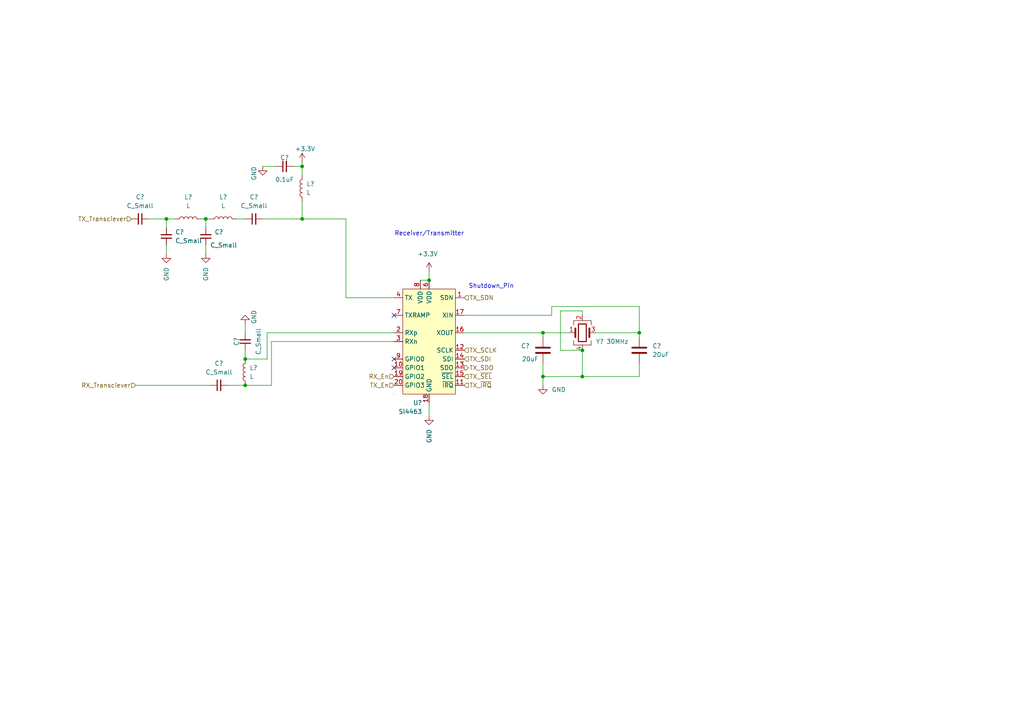
<source format=kicad_sch>
(kicad_sch (version 20211123) (generator eeschema)
  (paper "A4")
  (lib_symbols
    (symbol "Device:C" (pin_numbers hide) (pin_names (offset 0.254))
      (property "Reference" "C" (at 0.635 2.54 0))
      (property "Value" "C" (at 0.635 -2.54 0))
      (symbol "C_0_1"
        (polyline (pts (xy -2.032 -0.762) (xy 2.032 -0.762)) (stroke (width 0.508)))
        (polyline (pts (xy -2.032 0.762) (xy 2.032 0.762)) (stroke (width 0.508)))
      )
      (symbol "C_1_1"
        (pin passive line (at 0 3.81 270) (length 2.794) (name "~") (number "1"))
        (pin passive line (at 0 -3.81 90) (length 2.794) (name "~") (number "2"))
      )
    )
    (symbol "Device:C_Small" (pin_numbers hide) (pin_names (offset 0.254) hide)
      (property "Reference" "C" (at 0.254 1.778 0))
      (property "Value" "C_Small" (at 0.254 -2.032 0))
      (symbol "C_Small_0_1"
        (polyline (pts (xy -1.524 -0.508) (xy 1.524 -0.508)) (stroke (width 0.3302)))
        (polyline (pts (xy -1.524 0.508) (xy 1.524 0.508)) (stroke (width 0.3048)))
      )
      (symbol "C_Small_1_1"
        (pin passive line (at 0 2.54 270) (length 2.032) (name "~") (number "1"))
        (pin passive line (at 0 -2.54 90) (length 2.032) (name "~") (number "2"))
      )
    )
    (symbol "Device:Crystal_GND24" (pin_names (offset 1.016) hide)
      (property "Reference" "Y" (at 3.175 5.08 0))
      (property "Value" "Crystal_GND24" (at 3.175 3.175 0))
      (symbol "Crystal_GND24_0_1"
        (rectangle (start -1.143 2.54) (end 1.143 -2.54) (stroke (width 0.3048)))
        (polyline (pts (xy -2.54 0) (xy -2.032 0)))
        (polyline (pts (xy -2.032 -1.27) (xy -2.032 1.27)) (stroke (width 0.508)))
        (polyline (pts (xy 0 -3.81) (xy 0 -3.556)))
        (polyline (pts (xy 0 3.556) (xy 0 3.81)))
        (polyline (pts (xy 2.032 -1.27) (xy 2.032 1.27)) (stroke (width 0.508)))
        (polyline (pts (xy 2.032 0) (xy 2.54 0)))
        (polyline (pts (xy -2.54 -2.286) (xy -2.54 -3.556) (xy 2.54 -3.556) (xy 2.54 -2.286)))
        (polyline (pts (xy -2.54 2.286) (xy -2.54 3.556) (xy 2.54 3.556) (xy 2.54 2.286)))
      )
      (symbol "Crystal_GND24_1_1"
        (pin passive line (at -3.81 0 0) (length 1.27) (name "1") (number "1"))
        (pin passive line (at 0 5.08 270) (length 1.27) (name "2") (number "2"))
        (pin passive line (at 3.81 0 180) (length 1.27) (name "3") (number "3"))
        (pin passive line (at 0 -5.08 90) (length 1.27) (name "4") (number "4"))
      )
    )
    (symbol "Device:L" (pin_numbers hide) (pin_names (offset 1.016) hide)
      (property "Reference" "L" (at -1.27 0 90))
      (property "Value" "L" (at 1.905 0 90))
      (symbol "L_0_1"
        (arc (start 0 -2.54) (mid 0.635 -1.905) (end 0 -1.27))
        (arc (start 0 -1.27) (mid 0.635 -0.635) (end 0 0))
        (arc (start 0 0) (mid 0.635 0.635) (end 0 1.27))
        (arc (start 0 1.27) (mid 0.635 1.905) (end 0 2.54))
      )
      (symbol "L_1_1"
        (pin passive line (at 0 3.81 270) (length 1.27) (name "1") (number "1"))
        (pin passive line (at 0 -3.81 90) (length 1.27) (name "2") (number "2"))
      )
    )
    (symbol "RF:Si4463"
      (property "Reference" "U" (at -6.35 16.51 0))
      (property "Value" "Si4463" (at 6.35 16.51 0))
      (symbol "Si4463_0_1"
        (rectangle (start -7.62 15.24) (end 7.62 -15.24) (fill (type background)))
        (rectangle (start 10.16 -15.24) (end 10.16 -15.24))
      )
      (symbol "Si4463_1_1"
        (pin input line (at -10.16 12.7 0) (length 2.54) (name "SDN") (number "1"))
        (pin bidirectional line (at 10.16 -7.62 180) (length 2.54) (name "GPIO1") (number "10"))
        (pin open_collector line (at -10.16 -12.7 0) (length 2.54) (name "~{IRQ}") (number "11"))
        (pin input line (at -10.16 -2.54 0) (length 2.54) (name "SCLK") (number "12"))
        (pin output line (at -10.16 -7.62 0) (length 2.54) (name "SDO") (number "13"))
        (pin input line (at -10.16 -5.08 0) (length 2.54) (name "SDI") (number "14"))
        (pin input line (at -10.16 -10.16 0) (length 2.54) (name "~{SEL}") (number "15"))
        (pin passive line (at -10.16 2.54 0) (length 2.54) (name "XOUT") (number "16"))
        (pin input line (at -10.16 7.62 0) (length 2.54) (name "XIN") (number "17"))
        (pin power_in line (at 0 -17.78 90) (length 2.54) (name "GND") (number "18"))
        (pin bidirectional line (at 10.16 -10.16 180) (length 2.54) (name "GPIO2") (number "19"))
        (pin input line (at 10.16 2.54 180) (length 2.54) (name "RXp") (number "2"))
        (pin bidirectional line (at 10.16 -12.7 180) (length 2.54) (name "GPIO3") (number "20"))
        (pin power_in line (at 0 -17.78 90) (length 2.54) hide (name "GND") (number "21"))
        (pin input line (at 10.16 0 180) (length 2.54) (name "RXn") (number "3"))
        (pin output line (at 10.16 12.7 180) (length 2.54) (name "TX") (number "4"))
        (pin no_connect line (at 7.62 -15.24 180) (length 2.54) hide (name "NC") (number "5"))
        (pin power_in line (at 0 17.78 270) (length 2.54) (name "VDD") (number "6"))
        (pin output line (at 10.16 7.62 180) (length 2.54) (name "TXRAMP") (number "7"))
        (pin power_in line (at 2.54 17.78 270) (length 2.54) (name "VDD") (number "8"))
        (pin bidirectional line (at 10.16 -5.08 180) (length 2.54) (name "GPIO0") (number "9"))
      )
    )
    (symbol "power:+3.3V" (power) (pin_names (offset 0))
      (property "Value" "+3.3V" (at 0 3.556 0))
      (symbol "+3.3V_0_1"
        (polyline (pts (xy -0.762 1.27) (xy 0 2.54)))
        (polyline (pts (xy 0 0) (xy 0 2.54)))
        (polyline (pts (xy 0 2.54) (xy 0.762 1.27)))
      )
      (symbol "+3.3V_1_1"
        (pin power_in line (at 0 0 90) (length 0) hide (name "+3.3V") (number "1"))
      )
    )
    (symbol "power:GND" (power) (pin_names (offset 0))
      (property "Value" "GND" (at 0 -3.81 0))
      (symbol "GND_0_1"
        (polyline (pts (xy 0 0) (xy 0 -1.27) (xy 1.27 -1.27) (xy 0 -2.54) (xy -1.27 -1.27) (xy 0 -1.27)))
      )
      (symbol "GND_1_1"
        (pin power_in line (at 0 0 270) (length 0) hide (name "GND") (number "1"))
      )
    )
  )
  (junction (at 48.26 63.5))
  (junction (at 124.46 81.28))
  (junction (at 87.63 63.5))
  (junction (at 185.42 96.52))
  (junction (at 87.63 48.26))
  (junction (at 168.91 109.22))
  (junction (at 59.69 63.5))
  (junction (at 157.48 109.22))
  (junction (at 168.91 101.6))
  (junction (at 157.48 96.52))
  (junction (at 71.12 104.14))
  (junction (at 71.12 111.76))
  (no_connect (at 114.3 91.44))
  (no_connect (at 114.3 104.14))
  (no_connect (at 114.3 106.68))
  (wire (pts (xy 134.62 96.52) (xy 157.48 96.52)))
  (wire (pts (xy 66.04 111.76) (xy 71.12 111.76)))
  (wire (pts (xy 114.3 99.06) (xy 78.74 99.06)))
  (wire (pts (xy 78.74 99.06) (xy 78.74 111.76)))
  (wire (pts (xy 168.91 101.6) (xy 168.91 109.22)))
  (wire (pts (xy 78.74 111.76) (xy 71.12 111.76)))
  (wire (pts (xy 71.12 101.6) (xy 71.12 104.14)))
  (wire (pts (xy 39.37 111.76) (xy 60.96 111.76)))
  (wire (pts (xy 114.3 96.52) (xy 77.47 96.52)))
  (wire (pts (xy 185.42 96.52) (xy 185.42 88.9)))
  (wire (pts (xy 77.47 104.14) (xy 71.12 104.14)))
  (wire (pts (xy 71.12 93.98) (xy 71.12 96.52)))
  (wire (pts (xy 87.63 46.99) (xy 87.63 48.26)))
  (wire (pts (xy 59.69 63.5) (xy 60.96 63.5)))
  (wire (pts (xy 168.91 90.17) (xy 162.56 90.17)))
  (wire (pts (xy 185.42 109.22) (xy 168.91 109.22)))
  (wire (pts (xy 68.58 63.5) (xy 71.12 63.5)))
  (wire (pts (xy 77.47 96.52) (xy 77.47 104.14)))
  (wire (pts (xy 157.48 109.22) (xy 168.91 109.22)))
  (wire (pts (xy 59.69 71.12) (xy 59.69 73.66)))
  (wire (pts (xy 48.26 63.5) (xy 50.8 63.5)))
  (wire (pts (xy 124.46 81.28) (xy 121.92 81.28)))
  (wire (pts (xy 172.72 96.52) (xy 185.42 96.52)))
  (wire (pts (xy 87.63 63.5) (xy 100.33 63.5)))
  (wire (pts (xy 185.42 88.9) (xy 160.02 88.9)))
  (wire (pts (xy 157.48 96.52) (xy 165.1 96.52)))
  (wire (pts (xy 48.26 63.5) (xy 48.26 66.04)))
  (wire (pts (xy 157.48 105.41) (xy 157.48 109.22)))
  (wire (pts (xy 58.42 63.5) (xy 59.69 63.5)))
  (wire (pts (xy 162.56 90.17) (xy 162.56 101.6)))
  (wire (pts (xy 134.62 91.44) (xy 160.02 91.44)))
  (wire (pts (xy 160.02 88.9) (xy 160.02 91.44)))
  (wire (pts (xy 43.18 63.5) (xy 48.26 63.5)))
  (wire (pts (xy 124.46 78.74) (xy 124.46 81.28)))
  (wire (pts (xy 59.69 63.5) (xy 59.69 66.04)))
  (wire (pts (xy 168.91 91.44) (xy 168.91 90.17)))
  (wire (pts (xy 76.2 63.5) (xy 87.63 63.5)))
  (wire (pts (xy 48.26 71.12) (xy 48.26 73.66)))
  (wire (pts (xy 114.3 86.36) (xy 100.33 86.36)))
  (wire (pts (xy 157.48 96.52) (xy 157.48 97.79)))
  (wire (pts (xy 185.42 97.79) (xy 185.42 96.52)))
  (wire (pts (xy 157.48 109.22) (xy 157.48 111.76)))
  (wire (pts (xy 162.56 101.6) (xy 168.91 101.6)))
  (wire (pts (xy 185.42 105.41) (xy 185.42 109.22)))
  (wire (pts (xy 100.33 86.36) (xy 100.33 63.5)))
  (wire (pts (xy 124.46 116.84) (xy 124.46 120.65)))
  (wire (pts (xy 87.63 48.26) (xy 85.09 48.26)))
  (wire (pts (xy 87.63 50.8) (xy 87.63 48.26)))
  (wire (pts (xy 76.2 48.26) (xy 80.01 48.26)))
  (wire (pts (xy 87.63 58.42) (xy 87.63 63.5)))
  (text "Receiver/Transmitter\n" (at 134.62 68.58 180) (effects (font (size 1.27 1.27)) (justify right bottom)))
  (text "Shutdown_Pin\n" (at 135.89 83.82 0) (effects (font (size 1.27 1.27)) (justify left bottom)))
  (hierarchical_label "TX_SDO" (shape output) (at 134.62 106.68 0))
  (hierarchical_label "TX_SDI" (shape input) (at 134.62 104.14 0))
  (hierarchical_label "TX_SDN" (shape input) (at 134.62 86.36 0))
  (hierarchical_label "RX_En" (shape input) (at 114.3 109.22 180))
  (hierarchical_label "TX_Transciever" (shape input) (at 38.1 63.5 180))
  (hierarchical_label "RX_Transciever" (shape input) (at 39.37 111.76 180))
  (hierarchical_label "TX_~{SEL}" (shape input) (at 134.62 109.22 0))
  (hierarchical_label "TX_~{IRQ}" (shape input) (at 134.62 111.76 0))
  (hierarchical_label "TX_SCLK" (shape input) (at 134.62 101.6 0))
  (hierarchical_label "TX_En" (shape input) (at 114.3 111.76 180))
  (symbol (lib_id "RF:Si4463") (at 124.46 99.06 0) (mirror y) (unit 1)
    (property "Reference" "U?" (at 122.4406 116.84 0) (effects (justify left)))
    (property "Value" "Si4463" (at 122.4406 119.38 0) (effects (justify left)))
    (property "Footprint" "Package_DFN_QFN:QFN-20-1EP_4x4mm_P0.5mm_EP2.6x2.6mm_ThermalVias" (effects hide))
    (property "Datasheet" "https://www.silabs.com/documents/public/data-sheets/Si4464-63-61-60.pdf" (effects hide))
  )
  (symbol (lib_id "power:GND") (at 71.12 93.98 0) (mirror x) (unit 1)
    (property "Reference" "#PWR?" (effects hide))
    (property "Value" "GND" (at 73.66 93.98 90) (effects (justify right)))
  )
  (symbol (lib_id "Device:C_Small") (at 48.26 68.58 180) (unit 1)
    (property "Reference" "C?" (at 50.8 67.3035 0) (effects (justify right)))
    (property "Value" "C_Small" (at 50.8 69.8435 0) (effects (justify right)))
  )
  (symbol (lib_id "Device:L") (at 64.77 63.5 90) (unit 1)
    (property "Reference" "L?" (at 64.77 57.15 90))
    (property "Value" "L" (at 64.77 59.69 90))
  )
  (symbol (lib_id "power:+3.3V") (at 124.46 78.74 0) (unit 1)
    (property "Reference" "#PWR?" (effects hide))
    (property "Value" "+3.3V" (at 127 73.66 0) (effects (justify right)))
  )
  (symbol (lib_id "Device:C") (at 157.48 101.6 0) (mirror x) (unit 1)
    (property "Reference" "C?" (at 153.67 100.3299 0) (effects (justify right)))
    (property "Value" "20uF" (at 156.21 104.14 0) (effects (justify right)))
  )
  (symbol (lib_id "Device:C_Small") (at 73.66 63.5 90) (unit 1)
    (property "Reference" "C?" (at 73.6663 57.15 90))
    (property "Value" "C_Small" (at 73.6663 59.69 90))
  )
  (symbol (lib_id "power:GND") (at 59.69 73.66 0) (mirror y) (unit 1)
    (property "Reference" "#PWR?" (effects hide))
    (property "Value" "GND" (at 59.6901 77.47 90) (effects (justify right)))
  )
  (symbol (lib_id "Device:C_Small") (at 59.69 68.58 180) (unit 1)
    (property "Reference" "C?" (at 62.23 67.3035 0) (effects (justify right)))
    (property "Value" "C_Small" (at 60.96 71.12 0) (effects (justify right)))
  )
  (symbol (lib_id "Device:C_Small") (at 71.12 99.06 180) (unit 1)
    (property "Reference" "C?" (at 68.58 99.06 90))
    (property "Value" "C_Small" (at 74.93 99.06 90))
  )
  (symbol (lib_id "Device:C_Small") (at 63.5 111.76 90) (unit 1)
    (property "Reference" "C?" (at 63.5063 105.41 90))
    (property "Value" "C_Small" (at 63.5063 107.95 90))
  )
  (symbol (lib_id "power:GND") (at 48.26 73.66 0) (mirror y) (unit 1)
    (property "Reference" "#PWR?" (effects hide))
    (property "Value" "GND" (at 48.2601 77.47 90) (effects (justify right)))
  )
  (symbol (lib_id "Device:L") (at 71.12 107.95 180) (unit 1)
    (property "Reference" "L?" (at 72.39 106.6799 0) (effects (justify right)))
    (property "Value" "L" (at 72.39 109.2199 0) (effects (justify right)))
  )
  (symbol (lib_id "Device:L") (at 87.63 54.61 180) (unit 1)
    (property "Reference" "L?" (at 88.9 53.3399 0) (effects (justify right)))
    (property "Value" "L" (at 88.9 55.8799 0) (effects (justify right)))
  )
  (symbol (lib_id "Device:C") (at 185.42 101.6 0) (unit 1)
    (property "Reference" "C?" (at 189.23 100.3299 0) (effects (justify left)))
    (property "Value" "20uF" (at 189.23 102.8699 0) (effects (justify left)))
  )
  (symbol (lib_id "power:+3.3V") (at 87.63 46.99 0) (unit 1)
    (property "Reference" "#PWR?" (effects hide))
    (property "Value" "+3.3V" (at 91.44 43.18 0) (effects (justify right)))
  )
  (symbol (lib_id "Device:Crystal_GND24") (at 168.91 96.52 0) (unit 1)
    (property "Reference" "Y?" (at 173.99 99.06 0))
    (property "Value" "30MHz" (at 179.07 99.06 0))
  )
  (symbol (lib_id "Device:C_Small") (at 40.64 63.5 270) (mirror x) (unit 1)
    (property "Reference" "C?" (at 40.6336 57.15 90))
    (property "Value" "C_Small" (at 40.6336 59.69 90))
  )
  (symbol (lib_id "Device:C_Small") (at 82.55 48.26 90) (unit 1)
    (property "Reference" "C?" (at 82.55 45.72 90))
    (property "Value" "0.1uF" (at 82.55 52.07 90))
  )
  (symbol (lib_id "power:GND") (at 157.48 111.76 0) (unit 1)
    (property "Reference" "#PWR?" (effects hide))
    (property "Value" "GND" (at 160.02 113.0299 0) (effects (justify left)))
  )
  (symbol (lib_id "power:GND") (at 124.46 120.65 0) (mirror y) (unit 1)
    (property "Reference" "#PWR?" (effects hide))
    (property "Value" "GND" (at 124.4601 124.46 90) (effects (justify right)))
  )
  (symbol (lib_id "Device:L") (at 54.61 63.5 90) (unit 1)
    (property "Reference" "L?" (at 54.61 57.15 90))
    (property "Value" "L" (at 54.61 59.69 90))
  )
  (symbol (lib_id "power:GND") (at 76.2 48.26 0) (mirror y) (unit 1)
    (property "Reference" "#PWR?" (effects hide))
    (property "Value" "GND" (at 73.66 48.26 90) (effects (justify right)))
  )
)
</source>
